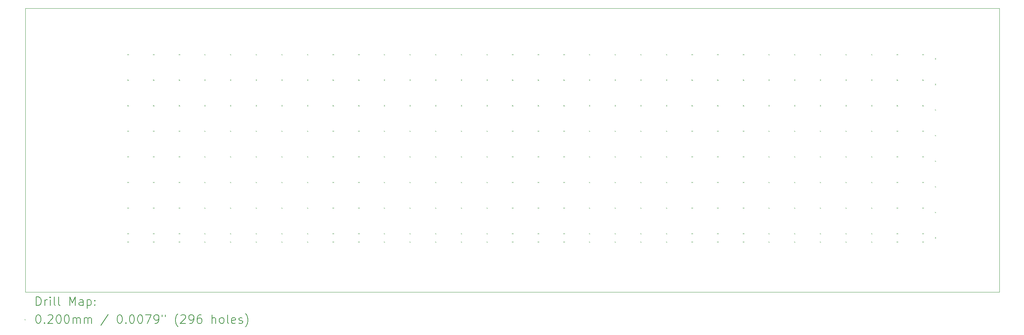
<source format=gbr>
%TF.GenerationSoftware,KiCad,Pcbnew,6.0.8+dfsg-1~bpo11+1*%
%TF.CreationDate,2023-03-24T18:53:23-04:00*%
%TF.ProjectId,captouch_sensor_diamond_large_gaps,63617074-6f75-4636-985f-73656e736f72,rev?*%
%TF.SameCoordinates,Original*%
%TF.FileFunction,Drillmap*%
%TF.FilePolarity,Positive*%
%FSLAX45Y45*%
G04 Gerber Fmt 4.5, Leading zero omitted, Abs format (unit mm)*
G04 Created by KiCad (PCBNEW 6.0.8+dfsg-1~bpo11+1) date 2023-03-24 18:53:23*
%MOMM*%
%LPD*%
G01*
G04 APERTURE LIST*
%ADD10C,0.100000*%
%ADD11C,0.200000*%
%ADD12C,0.020000*%
G04 APERTURE END LIST*
D10*
X4217500Y-4700000D02*
X27005000Y-4700000D01*
X27005000Y-4700000D02*
X27005000Y-11355000D01*
X27005000Y-11355000D02*
X4217500Y-11355000D01*
X4217500Y-11355000D02*
X4217500Y-4700000D01*
D11*
D12*
X6605000Y-5772500D02*
X6625000Y-5792500D01*
X6625000Y-5772500D02*
X6605000Y-5792500D01*
X6605000Y-6372500D02*
X6625000Y-6392500D01*
X6625000Y-6372500D02*
X6605000Y-6392500D01*
X6605000Y-6972500D02*
X6625000Y-6992500D01*
X6625000Y-6972500D02*
X6605000Y-6992500D01*
X6605000Y-7572500D02*
X6625000Y-7592500D01*
X6625000Y-7572500D02*
X6605000Y-7592500D01*
X6605000Y-8172500D02*
X6625000Y-8192500D01*
X6625000Y-8172500D02*
X6605000Y-8192500D01*
X6605000Y-8772500D02*
X6625000Y-8792500D01*
X6625000Y-8772500D02*
X6605000Y-8792500D01*
X6605000Y-9372500D02*
X6625000Y-9392500D01*
X6625000Y-9372500D02*
X6605000Y-9392500D01*
X6605000Y-9972500D02*
X6625000Y-9992500D01*
X6625000Y-9972500D02*
X6605000Y-9992500D01*
X6605000Y-10167500D02*
X6625000Y-10187500D01*
X6625000Y-10167500D02*
X6605000Y-10187500D01*
X7205000Y-5772500D02*
X7225000Y-5792500D01*
X7225000Y-5772500D02*
X7205000Y-5792500D01*
X7205000Y-6372500D02*
X7225000Y-6392500D01*
X7225000Y-6372500D02*
X7205000Y-6392500D01*
X7205000Y-6972500D02*
X7225000Y-6992500D01*
X7225000Y-6972500D02*
X7205000Y-6992500D01*
X7205000Y-7572500D02*
X7225000Y-7592500D01*
X7225000Y-7572500D02*
X7205000Y-7592500D01*
X7205000Y-8172500D02*
X7225000Y-8192500D01*
X7225000Y-8172500D02*
X7205000Y-8192500D01*
X7205000Y-8772500D02*
X7225000Y-8792500D01*
X7225000Y-8772500D02*
X7205000Y-8792500D01*
X7205000Y-9372500D02*
X7225000Y-9392500D01*
X7225000Y-9372500D02*
X7205000Y-9392500D01*
X7205000Y-9972500D02*
X7225000Y-9992500D01*
X7225000Y-9972500D02*
X7205000Y-9992500D01*
X7205000Y-10167500D02*
X7225000Y-10187500D01*
X7225000Y-10167500D02*
X7205000Y-10187500D01*
X7805000Y-5772500D02*
X7825000Y-5792500D01*
X7825000Y-5772500D02*
X7805000Y-5792500D01*
X7805000Y-6372500D02*
X7825000Y-6392500D01*
X7825000Y-6372500D02*
X7805000Y-6392500D01*
X7805000Y-6972500D02*
X7825000Y-6992500D01*
X7825000Y-6972500D02*
X7805000Y-6992500D01*
X7805000Y-7572500D02*
X7825000Y-7592500D01*
X7825000Y-7572500D02*
X7805000Y-7592500D01*
X7805000Y-8172500D02*
X7825000Y-8192500D01*
X7825000Y-8172500D02*
X7805000Y-8192500D01*
X7805000Y-8772500D02*
X7825000Y-8792500D01*
X7825000Y-8772500D02*
X7805000Y-8792500D01*
X7805000Y-9372500D02*
X7825000Y-9392500D01*
X7825000Y-9372500D02*
X7805000Y-9392500D01*
X7805000Y-9972500D02*
X7825000Y-9992500D01*
X7825000Y-9972500D02*
X7805000Y-9992500D01*
X7805000Y-10167500D02*
X7825000Y-10187500D01*
X7825000Y-10167500D02*
X7805000Y-10187500D01*
X8405000Y-5772500D02*
X8425000Y-5792500D01*
X8425000Y-5772500D02*
X8405000Y-5792500D01*
X8405000Y-6372500D02*
X8425000Y-6392500D01*
X8425000Y-6372500D02*
X8405000Y-6392500D01*
X8405000Y-6972500D02*
X8425000Y-6992500D01*
X8425000Y-6972500D02*
X8405000Y-6992500D01*
X8405000Y-7572500D02*
X8425000Y-7592500D01*
X8425000Y-7572500D02*
X8405000Y-7592500D01*
X8405000Y-8172500D02*
X8425000Y-8192500D01*
X8425000Y-8172500D02*
X8405000Y-8192500D01*
X8405000Y-8772500D02*
X8425000Y-8792500D01*
X8425000Y-8772500D02*
X8405000Y-8792500D01*
X8405000Y-9372500D02*
X8425000Y-9392500D01*
X8425000Y-9372500D02*
X8405000Y-9392500D01*
X8405000Y-9972500D02*
X8425000Y-9992500D01*
X8425000Y-9972500D02*
X8405000Y-9992500D01*
X8405000Y-10167500D02*
X8425000Y-10187500D01*
X8425000Y-10167500D02*
X8405000Y-10187500D01*
X9005000Y-5772500D02*
X9025000Y-5792500D01*
X9025000Y-5772500D02*
X9005000Y-5792500D01*
X9005000Y-6372500D02*
X9025000Y-6392500D01*
X9025000Y-6372500D02*
X9005000Y-6392500D01*
X9005000Y-6972500D02*
X9025000Y-6992500D01*
X9025000Y-6972500D02*
X9005000Y-6992500D01*
X9005000Y-7572500D02*
X9025000Y-7592500D01*
X9025000Y-7572500D02*
X9005000Y-7592500D01*
X9005000Y-8172500D02*
X9025000Y-8192500D01*
X9025000Y-8172500D02*
X9005000Y-8192500D01*
X9005000Y-8772500D02*
X9025000Y-8792500D01*
X9025000Y-8772500D02*
X9005000Y-8792500D01*
X9005000Y-9372500D02*
X9025000Y-9392500D01*
X9025000Y-9372500D02*
X9005000Y-9392500D01*
X9005000Y-9972500D02*
X9025000Y-9992500D01*
X9025000Y-9972500D02*
X9005000Y-9992500D01*
X9005000Y-10167500D02*
X9025000Y-10187500D01*
X9025000Y-10167500D02*
X9005000Y-10187500D01*
X9605000Y-5772500D02*
X9625000Y-5792500D01*
X9625000Y-5772500D02*
X9605000Y-5792500D01*
X9605000Y-6372500D02*
X9625000Y-6392500D01*
X9625000Y-6372500D02*
X9605000Y-6392500D01*
X9605000Y-6972500D02*
X9625000Y-6992500D01*
X9625000Y-6972500D02*
X9605000Y-6992500D01*
X9605000Y-7572500D02*
X9625000Y-7592500D01*
X9625000Y-7572500D02*
X9605000Y-7592500D01*
X9605000Y-8172500D02*
X9625000Y-8192500D01*
X9625000Y-8172500D02*
X9605000Y-8192500D01*
X9605000Y-8772500D02*
X9625000Y-8792500D01*
X9625000Y-8772500D02*
X9605000Y-8792500D01*
X9605000Y-9372500D02*
X9625000Y-9392500D01*
X9625000Y-9372500D02*
X9605000Y-9392500D01*
X9605000Y-9972500D02*
X9625000Y-9992500D01*
X9625000Y-9972500D02*
X9605000Y-9992500D01*
X9605000Y-10167500D02*
X9625000Y-10187500D01*
X9625000Y-10167500D02*
X9605000Y-10187500D01*
X10205000Y-5772500D02*
X10225000Y-5792500D01*
X10225000Y-5772500D02*
X10205000Y-5792500D01*
X10205000Y-6372500D02*
X10225000Y-6392500D01*
X10225000Y-6372500D02*
X10205000Y-6392500D01*
X10205000Y-6972500D02*
X10225000Y-6992500D01*
X10225000Y-6972500D02*
X10205000Y-6992500D01*
X10205000Y-7572500D02*
X10225000Y-7592500D01*
X10225000Y-7572500D02*
X10205000Y-7592500D01*
X10205000Y-8172500D02*
X10225000Y-8192500D01*
X10225000Y-8172500D02*
X10205000Y-8192500D01*
X10205000Y-8772500D02*
X10225000Y-8792500D01*
X10225000Y-8772500D02*
X10205000Y-8792500D01*
X10205000Y-9372500D02*
X10225000Y-9392500D01*
X10225000Y-9372500D02*
X10205000Y-9392500D01*
X10205000Y-9972500D02*
X10225000Y-9992500D01*
X10225000Y-9972500D02*
X10205000Y-9992500D01*
X10205000Y-10167500D02*
X10225000Y-10187500D01*
X10225000Y-10167500D02*
X10205000Y-10187500D01*
X10805000Y-5772500D02*
X10825000Y-5792500D01*
X10825000Y-5772500D02*
X10805000Y-5792500D01*
X10805000Y-6372500D02*
X10825000Y-6392500D01*
X10825000Y-6372500D02*
X10805000Y-6392500D01*
X10805000Y-6972500D02*
X10825000Y-6992500D01*
X10825000Y-6972500D02*
X10805000Y-6992500D01*
X10805000Y-7572500D02*
X10825000Y-7592500D01*
X10825000Y-7572500D02*
X10805000Y-7592500D01*
X10805000Y-8172500D02*
X10825000Y-8192500D01*
X10825000Y-8172500D02*
X10805000Y-8192500D01*
X10805000Y-8772500D02*
X10825000Y-8792500D01*
X10825000Y-8772500D02*
X10805000Y-8792500D01*
X10805000Y-9372500D02*
X10825000Y-9392500D01*
X10825000Y-9372500D02*
X10805000Y-9392500D01*
X10805000Y-9972500D02*
X10825000Y-9992500D01*
X10825000Y-9972500D02*
X10805000Y-9992500D01*
X10805000Y-10167500D02*
X10825000Y-10187500D01*
X10825000Y-10167500D02*
X10805000Y-10187500D01*
X11405000Y-5772500D02*
X11425000Y-5792500D01*
X11425000Y-5772500D02*
X11405000Y-5792500D01*
X11405000Y-6372500D02*
X11425000Y-6392500D01*
X11425000Y-6372500D02*
X11405000Y-6392500D01*
X11405000Y-6972500D02*
X11425000Y-6992500D01*
X11425000Y-6972500D02*
X11405000Y-6992500D01*
X11405000Y-7572500D02*
X11425000Y-7592500D01*
X11425000Y-7572500D02*
X11405000Y-7592500D01*
X11405000Y-8172500D02*
X11425000Y-8192500D01*
X11425000Y-8172500D02*
X11405000Y-8192500D01*
X11405000Y-8772500D02*
X11425000Y-8792500D01*
X11425000Y-8772500D02*
X11405000Y-8792500D01*
X11405000Y-9372500D02*
X11425000Y-9392500D01*
X11425000Y-9372500D02*
X11405000Y-9392500D01*
X11405000Y-9972500D02*
X11425000Y-9992500D01*
X11425000Y-9972500D02*
X11405000Y-9992500D01*
X11405000Y-10167500D02*
X11425000Y-10187500D01*
X11425000Y-10167500D02*
X11405000Y-10187500D01*
X12005000Y-5772500D02*
X12025000Y-5792500D01*
X12025000Y-5772500D02*
X12005000Y-5792500D01*
X12005000Y-6372500D02*
X12025000Y-6392500D01*
X12025000Y-6372500D02*
X12005000Y-6392500D01*
X12005000Y-6972500D02*
X12025000Y-6992500D01*
X12025000Y-6972500D02*
X12005000Y-6992500D01*
X12005000Y-7572500D02*
X12025000Y-7592500D01*
X12025000Y-7572500D02*
X12005000Y-7592500D01*
X12005000Y-8172500D02*
X12025000Y-8192500D01*
X12025000Y-8172500D02*
X12005000Y-8192500D01*
X12005000Y-8772500D02*
X12025000Y-8792500D01*
X12025000Y-8772500D02*
X12005000Y-8792500D01*
X12005000Y-9372500D02*
X12025000Y-9392500D01*
X12025000Y-9372500D02*
X12005000Y-9392500D01*
X12005000Y-9972500D02*
X12025000Y-9992500D01*
X12025000Y-9972500D02*
X12005000Y-9992500D01*
X12005000Y-10167500D02*
X12025000Y-10187500D01*
X12025000Y-10167500D02*
X12005000Y-10187500D01*
X12605000Y-5772500D02*
X12625000Y-5792500D01*
X12625000Y-5772500D02*
X12605000Y-5792500D01*
X12605000Y-6372500D02*
X12625000Y-6392500D01*
X12625000Y-6372500D02*
X12605000Y-6392500D01*
X12605000Y-6972500D02*
X12625000Y-6992500D01*
X12625000Y-6972500D02*
X12605000Y-6992500D01*
X12605000Y-7572500D02*
X12625000Y-7592500D01*
X12625000Y-7572500D02*
X12605000Y-7592500D01*
X12605000Y-8172500D02*
X12625000Y-8192500D01*
X12625000Y-8172500D02*
X12605000Y-8192500D01*
X12605000Y-8772500D02*
X12625000Y-8792500D01*
X12625000Y-8772500D02*
X12605000Y-8792500D01*
X12605000Y-9372500D02*
X12625000Y-9392500D01*
X12625000Y-9372500D02*
X12605000Y-9392500D01*
X12605000Y-9972500D02*
X12625000Y-9992500D01*
X12625000Y-9972500D02*
X12605000Y-9992500D01*
X12605000Y-10167500D02*
X12625000Y-10187500D01*
X12625000Y-10167500D02*
X12605000Y-10187500D01*
X13205000Y-5772500D02*
X13225000Y-5792500D01*
X13225000Y-5772500D02*
X13205000Y-5792500D01*
X13205000Y-6372500D02*
X13225000Y-6392500D01*
X13225000Y-6372500D02*
X13205000Y-6392500D01*
X13205000Y-6972500D02*
X13225000Y-6992500D01*
X13225000Y-6972500D02*
X13205000Y-6992500D01*
X13205000Y-7572500D02*
X13225000Y-7592500D01*
X13225000Y-7572500D02*
X13205000Y-7592500D01*
X13205000Y-8172500D02*
X13225000Y-8192500D01*
X13225000Y-8172500D02*
X13205000Y-8192500D01*
X13205000Y-8772500D02*
X13225000Y-8792500D01*
X13225000Y-8772500D02*
X13205000Y-8792500D01*
X13205000Y-9372500D02*
X13225000Y-9392500D01*
X13225000Y-9372500D02*
X13205000Y-9392500D01*
X13205000Y-9972500D02*
X13225000Y-9992500D01*
X13225000Y-9972500D02*
X13205000Y-9992500D01*
X13205000Y-10167500D02*
X13225000Y-10187500D01*
X13225000Y-10167500D02*
X13205000Y-10187500D01*
X13805000Y-5772500D02*
X13825000Y-5792500D01*
X13825000Y-5772500D02*
X13805000Y-5792500D01*
X13805000Y-6372500D02*
X13825000Y-6392500D01*
X13825000Y-6372500D02*
X13805000Y-6392500D01*
X13805000Y-6972500D02*
X13825000Y-6992500D01*
X13825000Y-6972500D02*
X13805000Y-6992500D01*
X13805000Y-7572500D02*
X13825000Y-7592500D01*
X13825000Y-7572500D02*
X13805000Y-7592500D01*
X13805000Y-8172500D02*
X13825000Y-8192500D01*
X13825000Y-8172500D02*
X13805000Y-8192500D01*
X13805000Y-8772500D02*
X13825000Y-8792500D01*
X13825000Y-8772500D02*
X13805000Y-8792500D01*
X13805000Y-9372500D02*
X13825000Y-9392500D01*
X13825000Y-9372500D02*
X13805000Y-9392500D01*
X13805000Y-9972500D02*
X13825000Y-9992500D01*
X13825000Y-9972500D02*
X13805000Y-9992500D01*
X13805000Y-10167500D02*
X13825000Y-10187500D01*
X13825000Y-10167500D02*
X13805000Y-10187500D01*
X14405000Y-5772500D02*
X14425000Y-5792500D01*
X14425000Y-5772500D02*
X14405000Y-5792500D01*
X14405000Y-6372500D02*
X14425000Y-6392500D01*
X14425000Y-6372500D02*
X14405000Y-6392500D01*
X14405000Y-6972500D02*
X14425000Y-6992500D01*
X14425000Y-6972500D02*
X14405000Y-6992500D01*
X14405000Y-7572500D02*
X14425000Y-7592500D01*
X14425000Y-7572500D02*
X14405000Y-7592500D01*
X14405000Y-8172500D02*
X14425000Y-8192500D01*
X14425000Y-8172500D02*
X14405000Y-8192500D01*
X14405000Y-8772500D02*
X14425000Y-8792500D01*
X14425000Y-8772500D02*
X14405000Y-8792500D01*
X14405000Y-9372500D02*
X14425000Y-9392500D01*
X14425000Y-9372500D02*
X14405000Y-9392500D01*
X14405000Y-9972500D02*
X14425000Y-9992500D01*
X14425000Y-9972500D02*
X14405000Y-9992500D01*
X14405000Y-10167500D02*
X14425000Y-10187500D01*
X14425000Y-10167500D02*
X14405000Y-10187500D01*
X15005000Y-5772500D02*
X15025000Y-5792500D01*
X15025000Y-5772500D02*
X15005000Y-5792500D01*
X15005000Y-6372500D02*
X15025000Y-6392500D01*
X15025000Y-6372500D02*
X15005000Y-6392500D01*
X15005000Y-6972500D02*
X15025000Y-6992500D01*
X15025000Y-6972500D02*
X15005000Y-6992500D01*
X15005000Y-7572500D02*
X15025000Y-7592500D01*
X15025000Y-7572500D02*
X15005000Y-7592500D01*
X15005000Y-8172500D02*
X15025000Y-8192500D01*
X15025000Y-8172500D02*
X15005000Y-8192500D01*
X15005000Y-8772500D02*
X15025000Y-8792500D01*
X15025000Y-8772500D02*
X15005000Y-8792500D01*
X15005000Y-9372500D02*
X15025000Y-9392500D01*
X15025000Y-9372500D02*
X15005000Y-9392500D01*
X15005000Y-9972500D02*
X15025000Y-9992500D01*
X15025000Y-9972500D02*
X15005000Y-9992500D01*
X15005000Y-10167500D02*
X15025000Y-10187500D01*
X15025000Y-10167500D02*
X15005000Y-10187500D01*
X15605000Y-5772500D02*
X15625000Y-5792500D01*
X15625000Y-5772500D02*
X15605000Y-5792500D01*
X15605000Y-6372500D02*
X15625000Y-6392500D01*
X15625000Y-6372500D02*
X15605000Y-6392500D01*
X15605000Y-6972500D02*
X15625000Y-6992500D01*
X15625000Y-6972500D02*
X15605000Y-6992500D01*
X15605000Y-7572500D02*
X15625000Y-7592500D01*
X15625000Y-7572500D02*
X15605000Y-7592500D01*
X15605000Y-8172500D02*
X15625000Y-8192500D01*
X15625000Y-8172500D02*
X15605000Y-8192500D01*
X15605000Y-8772500D02*
X15625000Y-8792500D01*
X15625000Y-8772500D02*
X15605000Y-8792500D01*
X15605000Y-9372500D02*
X15625000Y-9392500D01*
X15625000Y-9372500D02*
X15605000Y-9392500D01*
X15605000Y-9972500D02*
X15625000Y-9992500D01*
X15625000Y-9972500D02*
X15605000Y-9992500D01*
X15605000Y-10167500D02*
X15625000Y-10187500D01*
X15625000Y-10167500D02*
X15605000Y-10187500D01*
X16205000Y-5772500D02*
X16225000Y-5792500D01*
X16225000Y-5772500D02*
X16205000Y-5792500D01*
X16205000Y-6372500D02*
X16225000Y-6392500D01*
X16225000Y-6372500D02*
X16205000Y-6392500D01*
X16205000Y-6972500D02*
X16225000Y-6992500D01*
X16225000Y-6972500D02*
X16205000Y-6992500D01*
X16205000Y-7572500D02*
X16225000Y-7592500D01*
X16225000Y-7572500D02*
X16205000Y-7592500D01*
X16205000Y-8172500D02*
X16225000Y-8192500D01*
X16225000Y-8172500D02*
X16205000Y-8192500D01*
X16205000Y-8772500D02*
X16225000Y-8792500D01*
X16225000Y-8772500D02*
X16205000Y-8792500D01*
X16205000Y-9372500D02*
X16225000Y-9392500D01*
X16225000Y-9372500D02*
X16205000Y-9392500D01*
X16205000Y-9972500D02*
X16225000Y-9992500D01*
X16225000Y-9972500D02*
X16205000Y-9992500D01*
X16205000Y-10167500D02*
X16225000Y-10187500D01*
X16225000Y-10167500D02*
X16205000Y-10187500D01*
X16805000Y-5772500D02*
X16825000Y-5792500D01*
X16825000Y-5772500D02*
X16805000Y-5792500D01*
X16805000Y-6372500D02*
X16825000Y-6392500D01*
X16825000Y-6372500D02*
X16805000Y-6392500D01*
X16805000Y-6972500D02*
X16825000Y-6992500D01*
X16825000Y-6972500D02*
X16805000Y-6992500D01*
X16805000Y-7572500D02*
X16825000Y-7592500D01*
X16825000Y-7572500D02*
X16805000Y-7592500D01*
X16805000Y-8172500D02*
X16825000Y-8192500D01*
X16825000Y-8172500D02*
X16805000Y-8192500D01*
X16805000Y-8772500D02*
X16825000Y-8792500D01*
X16825000Y-8772500D02*
X16805000Y-8792500D01*
X16805000Y-9372500D02*
X16825000Y-9392500D01*
X16825000Y-9372500D02*
X16805000Y-9392500D01*
X16805000Y-9972500D02*
X16825000Y-9992500D01*
X16825000Y-9972500D02*
X16805000Y-9992500D01*
X16805000Y-10167500D02*
X16825000Y-10187500D01*
X16825000Y-10167500D02*
X16805000Y-10187500D01*
X17405000Y-5772500D02*
X17425000Y-5792500D01*
X17425000Y-5772500D02*
X17405000Y-5792500D01*
X17405000Y-6372500D02*
X17425000Y-6392500D01*
X17425000Y-6372500D02*
X17405000Y-6392500D01*
X17405000Y-6972500D02*
X17425000Y-6992500D01*
X17425000Y-6972500D02*
X17405000Y-6992500D01*
X17405000Y-7572500D02*
X17425000Y-7592500D01*
X17425000Y-7572500D02*
X17405000Y-7592500D01*
X17405000Y-8172500D02*
X17425000Y-8192500D01*
X17425000Y-8172500D02*
X17405000Y-8192500D01*
X17405000Y-8772500D02*
X17425000Y-8792500D01*
X17425000Y-8772500D02*
X17405000Y-8792500D01*
X17405000Y-9372500D02*
X17425000Y-9392500D01*
X17425000Y-9372500D02*
X17405000Y-9392500D01*
X17405000Y-9972500D02*
X17425000Y-9992500D01*
X17425000Y-9972500D02*
X17405000Y-9992500D01*
X17405000Y-10167500D02*
X17425000Y-10187500D01*
X17425000Y-10167500D02*
X17405000Y-10187500D01*
X18005000Y-5772500D02*
X18025000Y-5792500D01*
X18025000Y-5772500D02*
X18005000Y-5792500D01*
X18005000Y-6372500D02*
X18025000Y-6392500D01*
X18025000Y-6372500D02*
X18005000Y-6392500D01*
X18005000Y-6972500D02*
X18025000Y-6992500D01*
X18025000Y-6972500D02*
X18005000Y-6992500D01*
X18005000Y-7572500D02*
X18025000Y-7592500D01*
X18025000Y-7572500D02*
X18005000Y-7592500D01*
X18005000Y-8172500D02*
X18025000Y-8192500D01*
X18025000Y-8172500D02*
X18005000Y-8192500D01*
X18005000Y-8772500D02*
X18025000Y-8792500D01*
X18025000Y-8772500D02*
X18005000Y-8792500D01*
X18005000Y-9372500D02*
X18025000Y-9392500D01*
X18025000Y-9372500D02*
X18005000Y-9392500D01*
X18005000Y-9972500D02*
X18025000Y-9992500D01*
X18025000Y-9972500D02*
X18005000Y-9992500D01*
X18005000Y-10167500D02*
X18025000Y-10187500D01*
X18025000Y-10167500D02*
X18005000Y-10187500D01*
X18605000Y-5772500D02*
X18625000Y-5792500D01*
X18625000Y-5772500D02*
X18605000Y-5792500D01*
X18605000Y-6372500D02*
X18625000Y-6392500D01*
X18625000Y-6372500D02*
X18605000Y-6392500D01*
X18605000Y-6972500D02*
X18625000Y-6992500D01*
X18625000Y-6972500D02*
X18605000Y-6992500D01*
X18605000Y-7572500D02*
X18625000Y-7592500D01*
X18625000Y-7572500D02*
X18605000Y-7592500D01*
X18605000Y-8172500D02*
X18625000Y-8192500D01*
X18625000Y-8172500D02*
X18605000Y-8192500D01*
X18605000Y-8772500D02*
X18625000Y-8792500D01*
X18625000Y-8772500D02*
X18605000Y-8792500D01*
X18605000Y-9372500D02*
X18625000Y-9392500D01*
X18625000Y-9372500D02*
X18605000Y-9392500D01*
X18605000Y-9972500D02*
X18625000Y-9992500D01*
X18625000Y-9972500D02*
X18605000Y-9992500D01*
X18605000Y-10167500D02*
X18625000Y-10187500D01*
X18625000Y-10167500D02*
X18605000Y-10187500D01*
X19205000Y-5772500D02*
X19225000Y-5792500D01*
X19225000Y-5772500D02*
X19205000Y-5792500D01*
X19205000Y-6372500D02*
X19225000Y-6392500D01*
X19225000Y-6372500D02*
X19205000Y-6392500D01*
X19205000Y-6972500D02*
X19225000Y-6992500D01*
X19225000Y-6972500D02*
X19205000Y-6992500D01*
X19205000Y-7572500D02*
X19225000Y-7592500D01*
X19225000Y-7572500D02*
X19205000Y-7592500D01*
X19205000Y-8172500D02*
X19225000Y-8192500D01*
X19225000Y-8172500D02*
X19205000Y-8192500D01*
X19205000Y-8772500D02*
X19225000Y-8792500D01*
X19225000Y-8772500D02*
X19205000Y-8792500D01*
X19205000Y-9372500D02*
X19225000Y-9392500D01*
X19225000Y-9372500D02*
X19205000Y-9392500D01*
X19205000Y-9972500D02*
X19225000Y-9992500D01*
X19225000Y-9972500D02*
X19205000Y-9992500D01*
X19205000Y-10167500D02*
X19225000Y-10187500D01*
X19225000Y-10167500D02*
X19205000Y-10187500D01*
X19805000Y-5772500D02*
X19825000Y-5792500D01*
X19825000Y-5772500D02*
X19805000Y-5792500D01*
X19805000Y-6372500D02*
X19825000Y-6392500D01*
X19825000Y-6372500D02*
X19805000Y-6392500D01*
X19805000Y-6972500D02*
X19825000Y-6992500D01*
X19825000Y-6972500D02*
X19805000Y-6992500D01*
X19805000Y-7572500D02*
X19825000Y-7592500D01*
X19825000Y-7572500D02*
X19805000Y-7592500D01*
X19805000Y-8172500D02*
X19825000Y-8192500D01*
X19825000Y-8172500D02*
X19805000Y-8192500D01*
X19805000Y-8772500D02*
X19825000Y-8792500D01*
X19825000Y-8772500D02*
X19805000Y-8792500D01*
X19805000Y-9372500D02*
X19825000Y-9392500D01*
X19825000Y-9372500D02*
X19805000Y-9392500D01*
X19805000Y-9972500D02*
X19825000Y-9992500D01*
X19825000Y-9972500D02*
X19805000Y-9992500D01*
X19805000Y-10167500D02*
X19825000Y-10187500D01*
X19825000Y-10167500D02*
X19805000Y-10187500D01*
X20405000Y-5772500D02*
X20425000Y-5792500D01*
X20425000Y-5772500D02*
X20405000Y-5792500D01*
X20405000Y-6372500D02*
X20425000Y-6392500D01*
X20425000Y-6372500D02*
X20405000Y-6392500D01*
X20405000Y-6972500D02*
X20425000Y-6992500D01*
X20425000Y-6972500D02*
X20405000Y-6992500D01*
X20405000Y-7572500D02*
X20425000Y-7592500D01*
X20425000Y-7572500D02*
X20405000Y-7592500D01*
X20405000Y-8172500D02*
X20425000Y-8192500D01*
X20425000Y-8172500D02*
X20405000Y-8192500D01*
X20405000Y-8772500D02*
X20425000Y-8792500D01*
X20425000Y-8772500D02*
X20405000Y-8792500D01*
X20405000Y-9372500D02*
X20425000Y-9392500D01*
X20425000Y-9372500D02*
X20405000Y-9392500D01*
X20405000Y-9972500D02*
X20425000Y-9992500D01*
X20425000Y-9972500D02*
X20405000Y-9992500D01*
X20405000Y-10167500D02*
X20425000Y-10187500D01*
X20425000Y-10167500D02*
X20405000Y-10187500D01*
X21005000Y-5772500D02*
X21025000Y-5792500D01*
X21025000Y-5772500D02*
X21005000Y-5792500D01*
X21005000Y-6372500D02*
X21025000Y-6392500D01*
X21025000Y-6372500D02*
X21005000Y-6392500D01*
X21005000Y-6972500D02*
X21025000Y-6992500D01*
X21025000Y-6972500D02*
X21005000Y-6992500D01*
X21005000Y-7572500D02*
X21025000Y-7592500D01*
X21025000Y-7572500D02*
X21005000Y-7592500D01*
X21005000Y-8172500D02*
X21025000Y-8192500D01*
X21025000Y-8172500D02*
X21005000Y-8192500D01*
X21005000Y-8772500D02*
X21025000Y-8792500D01*
X21025000Y-8772500D02*
X21005000Y-8792500D01*
X21005000Y-9372500D02*
X21025000Y-9392500D01*
X21025000Y-9372500D02*
X21005000Y-9392500D01*
X21005000Y-9972500D02*
X21025000Y-9992500D01*
X21025000Y-9972500D02*
X21005000Y-9992500D01*
X21005000Y-10167500D02*
X21025000Y-10187500D01*
X21025000Y-10167500D02*
X21005000Y-10187500D01*
X21605000Y-5772500D02*
X21625000Y-5792500D01*
X21625000Y-5772500D02*
X21605000Y-5792500D01*
X21605000Y-6372500D02*
X21625000Y-6392500D01*
X21625000Y-6372500D02*
X21605000Y-6392500D01*
X21605000Y-6972500D02*
X21625000Y-6992500D01*
X21625000Y-6972500D02*
X21605000Y-6992500D01*
X21605000Y-7572500D02*
X21625000Y-7592500D01*
X21625000Y-7572500D02*
X21605000Y-7592500D01*
X21605000Y-8172500D02*
X21625000Y-8192500D01*
X21625000Y-8172500D02*
X21605000Y-8192500D01*
X21605000Y-8772500D02*
X21625000Y-8792500D01*
X21625000Y-8772500D02*
X21605000Y-8792500D01*
X21605000Y-9372500D02*
X21625000Y-9392500D01*
X21625000Y-9372500D02*
X21605000Y-9392500D01*
X21605000Y-9972500D02*
X21625000Y-9992500D01*
X21625000Y-9972500D02*
X21605000Y-9992500D01*
X21605000Y-10167500D02*
X21625000Y-10187500D01*
X21625000Y-10167500D02*
X21605000Y-10187500D01*
X22205000Y-5772500D02*
X22225000Y-5792500D01*
X22225000Y-5772500D02*
X22205000Y-5792500D01*
X22205000Y-6372500D02*
X22225000Y-6392500D01*
X22225000Y-6372500D02*
X22205000Y-6392500D01*
X22205000Y-6972500D02*
X22225000Y-6992500D01*
X22225000Y-6972500D02*
X22205000Y-6992500D01*
X22205000Y-7572500D02*
X22225000Y-7592500D01*
X22225000Y-7572500D02*
X22205000Y-7592500D01*
X22205000Y-8172500D02*
X22225000Y-8192500D01*
X22225000Y-8172500D02*
X22205000Y-8192500D01*
X22205000Y-8772500D02*
X22225000Y-8792500D01*
X22225000Y-8772500D02*
X22205000Y-8792500D01*
X22205000Y-9372500D02*
X22225000Y-9392500D01*
X22225000Y-9372500D02*
X22205000Y-9392500D01*
X22205000Y-9972500D02*
X22225000Y-9992500D01*
X22225000Y-9972500D02*
X22205000Y-9992500D01*
X22205000Y-10167500D02*
X22225000Y-10187500D01*
X22225000Y-10167500D02*
X22205000Y-10187500D01*
X22805000Y-5772500D02*
X22825000Y-5792500D01*
X22825000Y-5772500D02*
X22805000Y-5792500D01*
X22805000Y-6372500D02*
X22825000Y-6392500D01*
X22825000Y-6372500D02*
X22805000Y-6392500D01*
X22805000Y-6972500D02*
X22825000Y-6992500D01*
X22825000Y-6972500D02*
X22805000Y-6992500D01*
X22805000Y-7572500D02*
X22825000Y-7592500D01*
X22825000Y-7572500D02*
X22805000Y-7592500D01*
X22805000Y-8172500D02*
X22825000Y-8192500D01*
X22825000Y-8172500D02*
X22805000Y-8192500D01*
X22805000Y-8772500D02*
X22825000Y-8792500D01*
X22825000Y-8772500D02*
X22805000Y-8792500D01*
X22805000Y-9372500D02*
X22825000Y-9392500D01*
X22825000Y-9372500D02*
X22805000Y-9392500D01*
X22805000Y-9972500D02*
X22825000Y-9992500D01*
X22825000Y-9972500D02*
X22805000Y-9992500D01*
X22805000Y-10167500D02*
X22825000Y-10187500D01*
X22825000Y-10167500D02*
X22805000Y-10187500D01*
X23405000Y-5772500D02*
X23425000Y-5792500D01*
X23425000Y-5772500D02*
X23405000Y-5792500D01*
X23405000Y-6372500D02*
X23425000Y-6392500D01*
X23425000Y-6372500D02*
X23405000Y-6392500D01*
X23405000Y-6972500D02*
X23425000Y-6992500D01*
X23425000Y-6972500D02*
X23405000Y-6992500D01*
X23405000Y-7572500D02*
X23425000Y-7592500D01*
X23425000Y-7572500D02*
X23405000Y-7592500D01*
X23405000Y-8172500D02*
X23425000Y-8192500D01*
X23425000Y-8172500D02*
X23405000Y-8192500D01*
X23405000Y-8772500D02*
X23425000Y-8792500D01*
X23425000Y-8772500D02*
X23405000Y-8792500D01*
X23405000Y-9372500D02*
X23425000Y-9392500D01*
X23425000Y-9372500D02*
X23405000Y-9392500D01*
X23405000Y-9972500D02*
X23425000Y-9992500D01*
X23425000Y-9972500D02*
X23405000Y-9992500D01*
X23405000Y-10167500D02*
X23425000Y-10187500D01*
X23425000Y-10167500D02*
X23405000Y-10187500D01*
X24005000Y-5772500D02*
X24025000Y-5792500D01*
X24025000Y-5772500D02*
X24005000Y-5792500D01*
X24005000Y-6372500D02*
X24025000Y-6392500D01*
X24025000Y-6372500D02*
X24005000Y-6392500D01*
X24005000Y-6972500D02*
X24025000Y-6992500D01*
X24025000Y-6972500D02*
X24005000Y-6992500D01*
X24005000Y-7572500D02*
X24025000Y-7592500D01*
X24025000Y-7572500D02*
X24005000Y-7592500D01*
X24005000Y-8172500D02*
X24025000Y-8192500D01*
X24025000Y-8172500D02*
X24005000Y-8192500D01*
X24005000Y-8772500D02*
X24025000Y-8792500D01*
X24025000Y-8772500D02*
X24005000Y-8792500D01*
X24005000Y-9372500D02*
X24025000Y-9392500D01*
X24025000Y-9372500D02*
X24005000Y-9392500D01*
X24005000Y-9972500D02*
X24025000Y-9992500D01*
X24025000Y-9972500D02*
X24005000Y-9992500D01*
X24005000Y-10167500D02*
X24025000Y-10187500D01*
X24025000Y-10167500D02*
X24005000Y-10187500D01*
X24605000Y-5772500D02*
X24625000Y-5792500D01*
X24625000Y-5772500D02*
X24605000Y-5792500D01*
X24605000Y-6372500D02*
X24625000Y-6392500D01*
X24625000Y-6372500D02*
X24605000Y-6392500D01*
X24605000Y-6972500D02*
X24625000Y-6992500D01*
X24625000Y-6972500D02*
X24605000Y-6992500D01*
X24605000Y-7572500D02*
X24625000Y-7592500D01*
X24625000Y-7572500D02*
X24605000Y-7592500D01*
X24605000Y-8172500D02*
X24625000Y-8192500D01*
X24625000Y-8172500D02*
X24605000Y-8192500D01*
X24605000Y-8772500D02*
X24625000Y-8792500D01*
X24625000Y-8772500D02*
X24605000Y-8792500D01*
X24605000Y-9372500D02*
X24625000Y-9392500D01*
X24625000Y-9372500D02*
X24605000Y-9392500D01*
X24605000Y-9972500D02*
X24625000Y-9992500D01*
X24625000Y-9972500D02*
X24605000Y-9992500D01*
X24605000Y-10167500D02*
X24625000Y-10187500D01*
X24625000Y-10167500D02*
X24605000Y-10187500D01*
X25205000Y-5772500D02*
X25225000Y-5792500D01*
X25225000Y-5772500D02*
X25205000Y-5792500D01*
X25205000Y-6372500D02*
X25225000Y-6392500D01*
X25225000Y-6372500D02*
X25205000Y-6392500D01*
X25205000Y-6972500D02*
X25225000Y-6992500D01*
X25225000Y-6972500D02*
X25205000Y-6992500D01*
X25205000Y-7572500D02*
X25225000Y-7592500D01*
X25225000Y-7572500D02*
X25205000Y-7592500D01*
X25205000Y-8172500D02*
X25225000Y-8192500D01*
X25225000Y-8172500D02*
X25205000Y-8192500D01*
X25205000Y-8772500D02*
X25225000Y-8792500D01*
X25225000Y-8772500D02*
X25205000Y-8792500D01*
X25205000Y-9372500D02*
X25225000Y-9392500D01*
X25225000Y-9372500D02*
X25205000Y-9392500D01*
X25205000Y-9972500D02*
X25225000Y-9992500D01*
X25225000Y-9972500D02*
X25205000Y-9992500D01*
X25205000Y-10167500D02*
X25225000Y-10187500D01*
X25225000Y-10167500D02*
X25205000Y-10187500D01*
X25497500Y-5872500D02*
X25517500Y-5892500D01*
X25517500Y-5872500D02*
X25497500Y-5892500D01*
X25497500Y-6472500D02*
X25517500Y-6492500D01*
X25517500Y-6472500D02*
X25497500Y-6492500D01*
X25497500Y-7072500D02*
X25517500Y-7092500D01*
X25517500Y-7072500D02*
X25497500Y-7092500D01*
X25497500Y-7672500D02*
X25517500Y-7692500D01*
X25517500Y-7672500D02*
X25497500Y-7692500D01*
X25497500Y-8272500D02*
X25517500Y-8292500D01*
X25517500Y-8272500D02*
X25497500Y-8292500D01*
X25497500Y-8872500D02*
X25517500Y-8892500D01*
X25517500Y-8872500D02*
X25497500Y-8892500D01*
X25497500Y-9472500D02*
X25517500Y-9492500D01*
X25517500Y-9472500D02*
X25497500Y-9492500D01*
X25497500Y-10072500D02*
X25517500Y-10092500D01*
X25517500Y-10072500D02*
X25497500Y-10092500D01*
D11*
X4470119Y-11670476D02*
X4470119Y-11470476D01*
X4517738Y-11470476D01*
X4546310Y-11480000D01*
X4565357Y-11499048D01*
X4574881Y-11518095D01*
X4584405Y-11556190D01*
X4584405Y-11584762D01*
X4574881Y-11622857D01*
X4565357Y-11641905D01*
X4546310Y-11660952D01*
X4517738Y-11670476D01*
X4470119Y-11670476D01*
X4670119Y-11670476D02*
X4670119Y-11537143D01*
X4670119Y-11575238D02*
X4679643Y-11556190D01*
X4689167Y-11546667D01*
X4708214Y-11537143D01*
X4727262Y-11537143D01*
X4793929Y-11670476D02*
X4793929Y-11537143D01*
X4793929Y-11470476D02*
X4784405Y-11480000D01*
X4793929Y-11489524D01*
X4803452Y-11480000D01*
X4793929Y-11470476D01*
X4793929Y-11489524D01*
X4917738Y-11670476D02*
X4898690Y-11660952D01*
X4889167Y-11641905D01*
X4889167Y-11470476D01*
X5022500Y-11670476D02*
X5003452Y-11660952D01*
X4993929Y-11641905D01*
X4993929Y-11470476D01*
X5251071Y-11670476D02*
X5251071Y-11470476D01*
X5317738Y-11613333D01*
X5384405Y-11470476D01*
X5384405Y-11670476D01*
X5565357Y-11670476D02*
X5565357Y-11565714D01*
X5555833Y-11546667D01*
X5536786Y-11537143D01*
X5498690Y-11537143D01*
X5479643Y-11546667D01*
X5565357Y-11660952D02*
X5546310Y-11670476D01*
X5498690Y-11670476D01*
X5479643Y-11660952D01*
X5470119Y-11641905D01*
X5470119Y-11622857D01*
X5479643Y-11603809D01*
X5498690Y-11594286D01*
X5546310Y-11594286D01*
X5565357Y-11584762D01*
X5660595Y-11537143D02*
X5660595Y-11737143D01*
X5660595Y-11546667D02*
X5679643Y-11537143D01*
X5717738Y-11537143D01*
X5736786Y-11546667D01*
X5746309Y-11556190D01*
X5755833Y-11575238D01*
X5755833Y-11632381D01*
X5746309Y-11651428D01*
X5736786Y-11660952D01*
X5717738Y-11670476D01*
X5679643Y-11670476D01*
X5660595Y-11660952D01*
X5841548Y-11651428D02*
X5851071Y-11660952D01*
X5841548Y-11670476D01*
X5832024Y-11660952D01*
X5841548Y-11651428D01*
X5841548Y-11670476D01*
X5841548Y-11546667D02*
X5851071Y-11556190D01*
X5841548Y-11565714D01*
X5832024Y-11556190D01*
X5841548Y-11546667D01*
X5841548Y-11565714D01*
D12*
X4192500Y-11990000D02*
X4212500Y-12010000D01*
X4212500Y-11990000D02*
X4192500Y-12010000D01*
D11*
X4508214Y-11890476D02*
X4527262Y-11890476D01*
X4546310Y-11900000D01*
X4555833Y-11909524D01*
X4565357Y-11928571D01*
X4574881Y-11966667D01*
X4574881Y-12014286D01*
X4565357Y-12052381D01*
X4555833Y-12071428D01*
X4546310Y-12080952D01*
X4527262Y-12090476D01*
X4508214Y-12090476D01*
X4489167Y-12080952D01*
X4479643Y-12071428D01*
X4470119Y-12052381D01*
X4460595Y-12014286D01*
X4460595Y-11966667D01*
X4470119Y-11928571D01*
X4479643Y-11909524D01*
X4489167Y-11900000D01*
X4508214Y-11890476D01*
X4660595Y-12071428D02*
X4670119Y-12080952D01*
X4660595Y-12090476D01*
X4651071Y-12080952D01*
X4660595Y-12071428D01*
X4660595Y-12090476D01*
X4746310Y-11909524D02*
X4755833Y-11900000D01*
X4774881Y-11890476D01*
X4822500Y-11890476D01*
X4841548Y-11900000D01*
X4851071Y-11909524D01*
X4860595Y-11928571D01*
X4860595Y-11947619D01*
X4851071Y-11976190D01*
X4736786Y-12090476D01*
X4860595Y-12090476D01*
X4984405Y-11890476D02*
X5003452Y-11890476D01*
X5022500Y-11900000D01*
X5032024Y-11909524D01*
X5041548Y-11928571D01*
X5051071Y-11966667D01*
X5051071Y-12014286D01*
X5041548Y-12052381D01*
X5032024Y-12071428D01*
X5022500Y-12080952D01*
X5003452Y-12090476D01*
X4984405Y-12090476D01*
X4965357Y-12080952D01*
X4955833Y-12071428D01*
X4946310Y-12052381D01*
X4936786Y-12014286D01*
X4936786Y-11966667D01*
X4946310Y-11928571D01*
X4955833Y-11909524D01*
X4965357Y-11900000D01*
X4984405Y-11890476D01*
X5174881Y-11890476D02*
X5193929Y-11890476D01*
X5212976Y-11900000D01*
X5222500Y-11909524D01*
X5232024Y-11928571D01*
X5241548Y-11966667D01*
X5241548Y-12014286D01*
X5232024Y-12052381D01*
X5222500Y-12071428D01*
X5212976Y-12080952D01*
X5193929Y-12090476D01*
X5174881Y-12090476D01*
X5155833Y-12080952D01*
X5146310Y-12071428D01*
X5136786Y-12052381D01*
X5127262Y-12014286D01*
X5127262Y-11966667D01*
X5136786Y-11928571D01*
X5146310Y-11909524D01*
X5155833Y-11900000D01*
X5174881Y-11890476D01*
X5327262Y-12090476D02*
X5327262Y-11957143D01*
X5327262Y-11976190D02*
X5336786Y-11966667D01*
X5355833Y-11957143D01*
X5384405Y-11957143D01*
X5403452Y-11966667D01*
X5412976Y-11985714D01*
X5412976Y-12090476D01*
X5412976Y-11985714D02*
X5422500Y-11966667D01*
X5441548Y-11957143D01*
X5470119Y-11957143D01*
X5489167Y-11966667D01*
X5498690Y-11985714D01*
X5498690Y-12090476D01*
X5593928Y-12090476D02*
X5593928Y-11957143D01*
X5593928Y-11976190D02*
X5603452Y-11966667D01*
X5622500Y-11957143D01*
X5651071Y-11957143D01*
X5670119Y-11966667D01*
X5679643Y-11985714D01*
X5679643Y-12090476D01*
X5679643Y-11985714D02*
X5689167Y-11966667D01*
X5708214Y-11957143D01*
X5736786Y-11957143D01*
X5755833Y-11966667D01*
X5765357Y-11985714D01*
X5765357Y-12090476D01*
X6155833Y-11880952D02*
X5984405Y-12138095D01*
X6412976Y-11890476D02*
X6432024Y-11890476D01*
X6451071Y-11900000D01*
X6460595Y-11909524D01*
X6470119Y-11928571D01*
X6479643Y-11966667D01*
X6479643Y-12014286D01*
X6470119Y-12052381D01*
X6460595Y-12071428D01*
X6451071Y-12080952D01*
X6432024Y-12090476D01*
X6412976Y-12090476D01*
X6393928Y-12080952D01*
X6384405Y-12071428D01*
X6374881Y-12052381D01*
X6365357Y-12014286D01*
X6365357Y-11966667D01*
X6374881Y-11928571D01*
X6384405Y-11909524D01*
X6393928Y-11900000D01*
X6412976Y-11890476D01*
X6565357Y-12071428D02*
X6574881Y-12080952D01*
X6565357Y-12090476D01*
X6555833Y-12080952D01*
X6565357Y-12071428D01*
X6565357Y-12090476D01*
X6698690Y-11890476D02*
X6717738Y-11890476D01*
X6736786Y-11900000D01*
X6746309Y-11909524D01*
X6755833Y-11928571D01*
X6765357Y-11966667D01*
X6765357Y-12014286D01*
X6755833Y-12052381D01*
X6746309Y-12071428D01*
X6736786Y-12080952D01*
X6717738Y-12090476D01*
X6698690Y-12090476D01*
X6679643Y-12080952D01*
X6670119Y-12071428D01*
X6660595Y-12052381D01*
X6651071Y-12014286D01*
X6651071Y-11966667D01*
X6660595Y-11928571D01*
X6670119Y-11909524D01*
X6679643Y-11900000D01*
X6698690Y-11890476D01*
X6889167Y-11890476D02*
X6908214Y-11890476D01*
X6927262Y-11900000D01*
X6936786Y-11909524D01*
X6946309Y-11928571D01*
X6955833Y-11966667D01*
X6955833Y-12014286D01*
X6946309Y-12052381D01*
X6936786Y-12071428D01*
X6927262Y-12080952D01*
X6908214Y-12090476D01*
X6889167Y-12090476D01*
X6870119Y-12080952D01*
X6860595Y-12071428D01*
X6851071Y-12052381D01*
X6841548Y-12014286D01*
X6841548Y-11966667D01*
X6851071Y-11928571D01*
X6860595Y-11909524D01*
X6870119Y-11900000D01*
X6889167Y-11890476D01*
X7022500Y-11890476D02*
X7155833Y-11890476D01*
X7070119Y-12090476D01*
X7241548Y-12090476D02*
X7279643Y-12090476D01*
X7298690Y-12080952D01*
X7308214Y-12071428D01*
X7327262Y-12042857D01*
X7336786Y-12004762D01*
X7336786Y-11928571D01*
X7327262Y-11909524D01*
X7317738Y-11900000D01*
X7298690Y-11890476D01*
X7260595Y-11890476D01*
X7241548Y-11900000D01*
X7232024Y-11909524D01*
X7222500Y-11928571D01*
X7222500Y-11976190D01*
X7232024Y-11995238D01*
X7241548Y-12004762D01*
X7260595Y-12014286D01*
X7298690Y-12014286D01*
X7317738Y-12004762D01*
X7327262Y-11995238D01*
X7336786Y-11976190D01*
X7412976Y-11890476D02*
X7412976Y-11928571D01*
X7489167Y-11890476D02*
X7489167Y-11928571D01*
X7784405Y-12166667D02*
X7774881Y-12157143D01*
X7755833Y-12128571D01*
X7746309Y-12109524D01*
X7736786Y-12080952D01*
X7727262Y-12033333D01*
X7727262Y-11995238D01*
X7736786Y-11947619D01*
X7746309Y-11919048D01*
X7755833Y-11900000D01*
X7774881Y-11871428D01*
X7784405Y-11861905D01*
X7851071Y-11909524D02*
X7860595Y-11900000D01*
X7879643Y-11890476D01*
X7927262Y-11890476D01*
X7946309Y-11900000D01*
X7955833Y-11909524D01*
X7965357Y-11928571D01*
X7965357Y-11947619D01*
X7955833Y-11976190D01*
X7841548Y-12090476D01*
X7965357Y-12090476D01*
X8060595Y-12090476D02*
X8098690Y-12090476D01*
X8117738Y-12080952D01*
X8127262Y-12071428D01*
X8146309Y-12042857D01*
X8155833Y-12004762D01*
X8155833Y-11928571D01*
X8146309Y-11909524D01*
X8136786Y-11900000D01*
X8117738Y-11890476D01*
X8079643Y-11890476D01*
X8060595Y-11900000D01*
X8051071Y-11909524D01*
X8041548Y-11928571D01*
X8041548Y-11976190D01*
X8051071Y-11995238D01*
X8060595Y-12004762D01*
X8079643Y-12014286D01*
X8117738Y-12014286D01*
X8136786Y-12004762D01*
X8146309Y-11995238D01*
X8155833Y-11976190D01*
X8327262Y-11890476D02*
X8289167Y-11890476D01*
X8270119Y-11900000D01*
X8260595Y-11909524D01*
X8241548Y-11938095D01*
X8232024Y-11976190D01*
X8232024Y-12052381D01*
X8241548Y-12071428D01*
X8251071Y-12080952D01*
X8270119Y-12090476D01*
X8308214Y-12090476D01*
X8327262Y-12080952D01*
X8336786Y-12071428D01*
X8346309Y-12052381D01*
X8346309Y-12004762D01*
X8336786Y-11985714D01*
X8327262Y-11976190D01*
X8308214Y-11966667D01*
X8270119Y-11966667D01*
X8251071Y-11976190D01*
X8241548Y-11985714D01*
X8232024Y-12004762D01*
X8584405Y-12090476D02*
X8584405Y-11890476D01*
X8670119Y-12090476D02*
X8670119Y-11985714D01*
X8660595Y-11966667D01*
X8641548Y-11957143D01*
X8612976Y-11957143D01*
X8593929Y-11966667D01*
X8584405Y-11976190D01*
X8793929Y-12090476D02*
X8774881Y-12080952D01*
X8765357Y-12071428D01*
X8755833Y-12052381D01*
X8755833Y-11995238D01*
X8765357Y-11976190D01*
X8774881Y-11966667D01*
X8793929Y-11957143D01*
X8822500Y-11957143D01*
X8841548Y-11966667D01*
X8851071Y-11976190D01*
X8860595Y-11995238D01*
X8860595Y-12052381D01*
X8851071Y-12071428D01*
X8841548Y-12080952D01*
X8822500Y-12090476D01*
X8793929Y-12090476D01*
X8974881Y-12090476D02*
X8955833Y-12080952D01*
X8946310Y-12061905D01*
X8946310Y-11890476D01*
X9127262Y-12080952D02*
X9108214Y-12090476D01*
X9070119Y-12090476D01*
X9051071Y-12080952D01*
X9041548Y-12061905D01*
X9041548Y-11985714D01*
X9051071Y-11966667D01*
X9070119Y-11957143D01*
X9108214Y-11957143D01*
X9127262Y-11966667D01*
X9136786Y-11985714D01*
X9136786Y-12004762D01*
X9041548Y-12023809D01*
X9212976Y-12080952D02*
X9232024Y-12090476D01*
X9270119Y-12090476D01*
X9289167Y-12080952D01*
X9298690Y-12061905D01*
X9298690Y-12052381D01*
X9289167Y-12033333D01*
X9270119Y-12023809D01*
X9241548Y-12023809D01*
X9222500Y-12014286D01*
X9212976Y-11995238D01*
X9212976Y-11985714D01*
X9222500Y-11966667D01*
X9241548Y-11957143D01*
X9270119Y-11957143D01*
X9289167Y-11966667D01*
X9365357Y-12166667D02*
X9374881Y-12157143D01*
X9393929Y-12128571D01*
X9403452Y-12109524D01*
X9412976Y-12080952D01*
X9422500Y-12033333D01*
X9422500Y-11995238D01*
X9412976Y-11947619D01*
X9403452Y-11919048D01*
X9393929Y-11900000D01*
X9374881Y-11871428D01*
X9365357Y-11861905D01*
M02*

</source>
